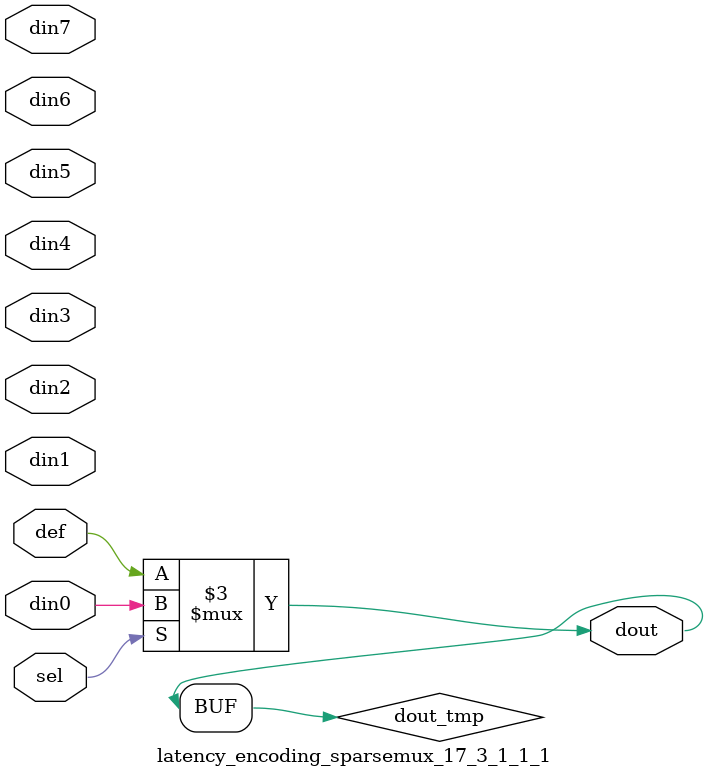
<source format=v>
`timescale 1ns / 1ps

module latency_encoding_sparsemux_17_3_1_1_1 (din0,din1,din2,din3,din4,din5,din6,din7,def,sel,dout);

parameter din0_WIDTH = 1;

parameter din1_WIDTH = 1;

parameter din2_WIDTH = 1;

parameter din3_WIDTH = 1;

parameter din4_WIDTH = 1;

parameter din5_WIDTH = 1;

parameter din6_WIDTH = 1;

parameter din7_WIDTH = 1;

parameter def_WIDTH = 1;
parameter sel_WIDTH = 1;
parameter dout_WIDTH = 1;

parameter [sel_WIDTH-1:0] CASE0 = 1;

parameter [sel_WIDTH-1:0] CASE1 = 1;

parameter [sel_WIDTH-1:0] CASE2 = 1;

parameter [sel_WIDTH-1:0] CASE3 = 1;

parameter [sel_WIDTH-1:0] CASE4 = 1;

parameter [sel_WIDTH-1:0] CASE5 = 1;

parameter [sel_WIDTH-1:0] CASE6 = 1;

parameter [sel_WIDTH-1:0] CASE7 = 1;

parameter ID = 1;
parameter NUM_STAGE = 1;



input [din0_WIDTH-1:0] din0;

input [din1_WIDTH-1:0] din1;

input [din2_WIDTH-1:0] din2;

input [din3_WIDTH-1:0] din3;

input [din4_WIDTH-1:0] din4;

input [din5_WIDTH-1:0] din5;

input [din6_WIDTH-1:0] din6;

input [din7_WIDTH-1:0] din7;

input [def_WIDTH-1:0] def;
input [sel_WIDTH-1:0] sel;

output [dout_WIDTH-1:0] dout;



reg [dout_WIDTH-1:0] dout_tmp;


always @ (*) begin
(* parallel_case *) case (sel)
    
    CASE0 : dout_tmp = din0;
    
    CASE1 : dout_tmp = din1;
    
    CASE2 : dout_tmp = din2;
    
    CASE3 : dout_tmp = din3;
    
    CASE4 : dout_tmp = din4;
    
    CASE5 : dout_tmp = din5;
    
    CASE6 : dout_tmp = din6;
    
    CASE7 : dout_tmp = din7;
    
    default : dout_tmp = def;
endcase
end


assign dout = dout_tmp;



endmodule

</source>
